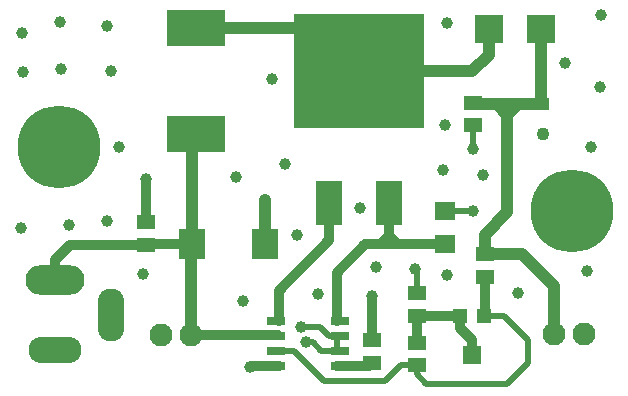
<source format=gbr>
%TF.GenerationSoftware,KiCad,Pcbnew,7.0.5-0*%
%TF.CreationDate,2023-07-08T10:54:14-04:00*%
%TF.ProjectId,PierogiNixiePSU,50696572-6f67-4694-9e69-786965505355,rev?*%
%TF.SameCoordinates,Original*%
%TF.FileFunction,Copper,L1,Top*%
%TF.FilePolarity,Positive*%
%FSLAX46Y46*%
G04 Gerber Fmt 4.6, Leading zero omitted, Abs format (unit mm)*
G04 Created by KiCad (PCBNEW 7.0.5-0) date 2023-07-08 10:54:14*
%MOMM*%
%LPD*%
G01*
G04 APERTURE LIST*
%TA.AperFunction,SMDPad,CuDef*%
%ADD10R,1.803000X1.600000*%
%TD*%
%TA.AperFunction,SMDPad,CuDef*%
%ADD11R,1.500000X1.300000*%
%TD*%
%TA.AperFunction,ComponentPad*%
%ADD12C,1.950000*%
%TD*%
%TA.AperFunction,SMDPad,CuDef*%
%ADD13R,2.320000X3.810000*%
%TD*%
%TA.AperFunction,SMDPad,CuDef*%
%ADD14R,11.000000X9.650000*%
%TD*%
%TA.AperFunction,ComponentPad*%
%ADD15C,0.800000*%
%TD*%
%TA.AperFunction,ComponentPad*%
%ADD16C,7.000000*%
%TD*%
%TA.AperFunction,SMDPad,CuDef*%
%ADD17R,4.900000X3.050000*%
%TD*%
%TA.AperFunction,SMDPad,CuDef*%
%ADD18R,1.550000X0.700000*%
%TD*%
%TA.AperFunction,SMDPad,CuDef*%
%ADD19R,2.300000X2.500000*%
%TD*%
%TA.AperFunction,ComponentPad*%
%ADD20R,1.100000X1.100000*%
%TD*%
%TA.AperFunction,ComponentPad*%
%ADD21C,1.100000*%
%TD*%
%TA.AperFunction,SMDPad,CuDef*%
%ADD22R,2.400000X2.400000*%
%TD*%
%TA.AperFunction,ComponentPad*%
%ADD23O,5.000000X2.500000*%
%TD*%
%TA.AperFunction,ComponentPad*%
%ADD24O,4.500000X2.250000*%
%TD*%
%TA.AperFunction,ComponentPad*%
%ADD25O,2.250000X4.500000*%
%TD*%
%TA.AperFunction,SMDPad,CuDef*%
%ADD26R,1.200000X1.200000*%
%TD*%
%TA.AperFunction,SMDPad,CuDef*%
%ADD27R,1.600000X1.500000*%
%TD*%
%TA.AperFunction,ViaPad*%
%ADD28C,1.000000*%
%TD*%
%TA.AperFunction,Conductor*%
%ADD29C,0.508000*%
%TD*%
%TA.AperFunction,Conductor*%
%ADD30C,1.000000*%
%TD*%
%TA.AperFunction,Conductor*%
%ADD31C,0.812800*%
%TD*%
G04 APERTURE END LIST*
D10*
%TO.P,R2,1,1*%
%TO.N,GND*%
X154500000Y-106478000D03*
%TO.P,R2,2,2*%
%TO.N,/CS*%
X154500000Y-109322000D03*
%TD*%
D11*
%TO.P,C5,1,1*%
%TO.N,Net-(C4-+)*%
X156900000Y-97350000D03*
%TO.P,C5,2,2*%
%TO.N,GND*%
X156900000Y-99250000D03*
%TD*%
D12*
%TO.P,J1,1,1*%
%TO.N,GND*%
X130430000Y-117000000D03*
%TO.P,J1,2,2*%
%TO.N,Net-(C1-+)*%
X132970000Y-117000000D03*
%TD*%
D13*
%TO.P,Q2,1,G*%
%TO.N,/EXT*%
X144720000Y-105845000D03*
D14*
%TO.P,Q2,2,D*%
%TO.N,Net-(Q2-D)*%
X147260000Y-94675000D03*
D13*
%TO.P,Q2,3,S*%
%TO.N,/CS*%
X149800000Y-105845000D03*
%TD*%
D15*
%TO.P,H1,1*%
%TO.N,N/C*%
X162600000Y-106500000D03*
X163368845Y-104643845D03*
X163368845Y-108356155D03*
X165225000Y-103875000D03*
D16*
X165225000Y-106500000D03*
D15*
X165225000Y-109125000D03*
X167081155Y-104643845D03*
X167081155Y-108356155D03*
X167850000Y-106500000D03*
%TD*%
D11*
%TO.P,C3,1,1*%
%TO.N,Net-(U1-REF)*%
X148300000Y-119350000D03*
%TO.P,C3,2,2*%
%TO.N,GND*%
X148300000Y-117450000D03*
%TD*%
D17*
%TO.P,L1,1,1*%
%TO.N,Net-(C1-+)*%
X133400000Y-100000000D03*
%TO.P,L1,2,2*%
%TO.N,Net-(Q2-D)*%
X133400000Y-91000000D03*
%TD*%
D11*
%TO.P,C2,1,1*%
%TO.N,Net-(C1-+)*%
X129200000Y-109350000D03*
%TO.P,C2,2,2*%
%TO.N,GND*%
X129200000Y-107450000D03*
%TD*%
D18*
%TO.P,U1,1,EXT*%
%TO.N,/EXT*%
X140175000Y-115795000D03*
%TO.P,U1,2,V+*%
%TO.N,Net-(C1-+)*%
X140175000Y-117065000D03*
%TO.P,U1,3,FB*%
%TO.N,/FB*%
X140175000Y-118335000D03*
%TO.P,U1,4,SHDN*%
%TO.N,GND*%
X140175000Y-119605000D03*
%TO.P,U1,5,REF*%
%TO.N,Net-(U1-REF)*%
X145625000Y-119605000D03*
%TO.P,U1,6,AGND*%
%TO.N,GND*%
X145625000Y-118335000D03*
%TO.P,U1,7,GND*%
X145625000Y-117065000D03*
%TO.P,U1,8,CS*%
%TO.N,/CS*%
X145625000Y-115795000D03*
%TD*%
D19*
%TO.P,C1,1,+*%
%TO.N,Net-(C1-+)*%
X133100000Y-109300000D03*
%TO.P,C1,2,-*%
%TO.N,GND*%
X139300000Y-109300000D03*
%TD*%
D20*
%TO.P,C4,1,+*%
%TO.N,Net-(C4-+)*%
X162800000Y-97450000D03*
D21*
%TO.P,C4,2,-*%
%TO.N,GND*%
X162800000Y-99950000D03*
%TD*%
D12*
%TO.P,J2,1,1*%
%TO.N,Net-(C4-+)*%
X163730000Y-116900000D03*
%TO.P,J2,2,2*%
%TO.N,GND*%
X166270000Y-116900000D03*
%TD*%
D11*
%TO.P,R1,1,1*%
%TO.N,/FB*%
X157900000Y-112050000D03*
%TO.P,R1,2,2*%
%TO.N,Net-(C4-+)*%
X157900000Y-110150000D03*
%TD*%
D22*
%TO.P,D1,A,A*%
%TO.N,Net-(Q2-D)*%
X158200000Y-91100000D03*
%TO.P,D1,C,C*%
%TO.N,Net-(C4-+)*%
X162600000Y-91100000D03*
%TD*%
D11*
%TO.P,R4,1,1*%
%TO.N,Net-(VR1-CW)*%
X152100000Y-117650000D03*
%TO.P,R4,2,2*%
%TO.N,/FB*%
X152100000Y-119550000D03*
%TD*%
%TO.P,R3,1,1*%
%TO.N,GND*%
X152100000Y-113450000D03*
%TO.P,R3,2,2*%
%TO.N,Net-(VR1-CW)*%
X152100000Y-115350000D03*
%TD*%
D23*
%TO.P,J3,1*%
%TO.N,Net-(C1-+)*%
X121500000Y-112300000D03*
D24*
%TO.P,J3,2*%
%TO.N,GND*%
X121500000Y-118300000D03*
D25*
%TO.P,J3,3*%
X126200000Y-115300000D03*
%TD*%
D26*
%TO.P,VR1,1,CCW*%
%TO.N,/FB*%
X157800000Y-115400000D03*
D27*
%TO.P,VR1,2,WIPER*%
%TO.N,Net-(VR1-CW)*%
X156800000Y-118650000D03*
D26*
%TO.P,VR1,3,CW*%
X155800000Y-115400000D03*
%TD*%
D15*
%TO.P,H2,1*%
%TO.N,N/C*%
X119218845Y-101043845D03*
X119987690Y-99187690D03*
X119987690Y-102900000D03*
X121843845Y-98418845D03*
D16*
X121843845Y-101043845D03*
D15*
X121843845Y-103668845D03*
X123700000Y-99187690D03*
X123700000Y-102900000D03*
X124468845Y-101043845D03*
%TD*%
D28*
%TO.N,GND*%
X126900000Y-101100000D03*
X142700000Y-117600000D03*
X125900000Y-107300000D03*
X160700000Y-113400000D03*
X152000000Y-111400000D03*
X122000000Y-94500000D03*
X137400000Y-114100000D03*
X167600000Y-96000000D03*
X166500000Y-111600000D03*
X166900000Y-101100000D03*
X128900000Y-111800000D03*
X154700000Y-111900000D03*
X142000000Y-108500000D03*
X164700000Y-94000000D03*
X156900000Y-106500000D03*
X118800000Y-94700000D03*
X118600000Y-107900000D03*
X139900000Y-95300000D03*
X121900000Y-90500000D03*
X141000000Y-102500000D03*
X157700000Y-103400000D03*
X122700000Y-107700000D03*
X154300000Y-103000000D03*
X143800000Y-113500000D03*
X156900000Y-101200000D03*
X154500000Y-99200000D03*
X126200000Y-94600000D03*
X125900000Y-90800000D03*
X148700000Y-111200000D03*
X139300000Y-105600000D03*
X147300000Y-106200000D03*
X148300000Y-113700000D03*
X142300000Y-116300000D03*
X136800000Y-103600000D03*
X154700000Y-90600000D03*
X129200000Y-103800000D03*
X138000000Y-119700000D03*
X167700000Y-89900000D03*
X118700000Y-91400000D03*
%TD*%
D29*
%TO.N,GND*%
X142300000Y-116300000D02*
X143900000Y-116300000D01*
X152100000Y-111500000D02*
X152000000Y-111400000D01*
X142700000Y-117600000D02*
X143300000Y-117600000D01*
D30*
X139300000Y-109300000D02*
X139300000Y-105600000D01*
D29*
X144665000Y-117065000D02*
X145375000Y-117065000D01*
X156878000Y-106478000D02*
X154500000Y-106478000D01*
D31*
X138095000Y-119605000D02*
X140425000Y-119605000D01*
D29*
X143300000Y-117600000D02*
X144035000Y-118335000D01*
X143900000Y-116300000D02*
X144665000Y-117065000D01*
X152100000Y-113450000D02*
X152100000Y-111500000D01*
X145375000Y-118335000D02*
X145375000Y-117065000D01*
X156900000Y-106500000D02*
X156878000Y-106478000D01*
X144035000Y-118335000D02*
X145375000Y-118335000D01*
D31*
X138000000Y-119700000D02*
X138095000Y-119605000D01*
D29*
X156900000Y-99250000D02*
X156900000Y-101200000D01*
D31*
X129200000Y-103800000D02*
X129200000Y-107450000D01*
X148300000Y-113700000D02*
X148300000Y-117450000D01*
%TO.N,Net-(U1-REF)*%
X145375000Y-119605000D02*
X148045000Y-119605000D01*
X148045000Y-119605000D02*
X148300000Y-119350000D01*
%TO.N,/EXT*%
X144720000Y-108980000D02*
X140425000Y-113275000D01*
X140425000Y-113275000D02*
X140425000Y-115795000D01*
X144720000Y-105845000D02*
X144720000Y-108980000D01*
%TO.N,/CS*%
X147778000Y-109322000D02*
X145375000Y-111725000D01*
X149800000Y-108600000D02*
X149800000Y-105845000D01*
X150700000Y-109322000D02*
X150522000Y-109322000D01*
X149000000Y-109322000D02*
X149078000Y-109322000D01*
X145375000Y-111725000D02*
X145375000Y-115795000D01*
X149078000Y-109322000D02*
X149800000Y-108600000D01*
X149800000Y-109322000D02*
X149000000Y-109322000D01*
X149000000Y-109322000D02*
X147778000Y-109322000D01*
X150700000Y-109322000D02*
X149800000Y-109322000D01*
X149800000Y-109322000D02*
X149800000Y-108600000D01*
X154500000Y-109322000D02*
X150700000Y-109322000D01*
X150522000Y-109322000D02*
X149800000Y-108600000D01*
%TO.N,/FB*%
X157900000Y-112050000D02*
X157900000Y-115300000D01*
D29*
X152100000Y-120300000D02*
X152100000Y-119550000D01*
X152900000Y-121100000D02*
X152100000Y-120300000D01*
X144300000Y-120900000D02*
X149400000Y-120900000D01*
X159800000Y-121100000D02*
X152900000Y-121100000D01*
X159500000Y-115400000D02*
X161500000Y-117400000D01*
X141735000Y-118335000D02*
X144300000Y-120900000D01*
X161500000Y-119400000D02*
X159800000Y-121100000D01*
X150750000Y-119550000D02*
X152100000Y-119550000D01*
X149400000Y-120900000D02*
X150750000Y-119550000D01*
X161500000Y-117400000D02*
X161500000Y-119400000D01*
X157800000Y-115400000D02*
X159500000Y-115400000D01*
D31*
X157900000Y-115300000D02*
X157800000Y-115400000D01*
D29*
X140425000Y-118335000D02*
X141735000Y-118335000D01*
D30*
%TO.N,Net-(C1-+)*%
X133100000Y-109300000D02*
X133100000Y-100300000D01*
D31*
X132970000Y-109430000D02*
X133100000Y-109300000D01*
X121500000Y-110600000D02*
X122750000Y-109350000D01*
X133100000Y-109300000D02*
X129250000Y-109300000D01*
X133100000Y-100300000D02*
X133400000Y-100000000D01*
X132970000Y-117000000D02*
X140360000Y-117000000D01*
D30*
X132970000Y-117000000D02*
X132970000Y-109430000D01*
D31*
X122750000Y-109350000D02*
X129200000Y-109350000D01*
X129250000Y-109300000D02*
X129200000Y-109350000D01*
X121500000Y-112300000D02*
X121500000Y-110600000D01*
D30*
%TO.N,Net-(C4-+)*%
X158900000Y-97450000D02*
X158800000Y-97450000D01*
X160700000Y-97450000D02*
X159800000Y-97450000D01*
X161050000Y-110150000D02*
X163730000Y-112830000D01*
X163730000Y-112830000D02*
X163730000Y-116900000D01*
X157900000Y-110150000D02*
X161050000Y-110150000D01*
X159800000Y-98400000D02*
X159800000Y-106600000D01*
X162800000Y-97450000D02*
X160700000Y-97450000D01*
X159800000Y-97450000D02*
X158800000Y-97450000D01*
X162600000Y-91100000D02*
X162600000Y-97250000D01*
X157900000Y-108500000D02*
X157900000Y-110150000D01*
X159800000Y-98400000D02*
X159800000Y-98350000D01*
X159800000Y-106600000D02*
X157900000Y-108500000D01*
X158800000Y-97450000D02*
X157000000Y-97450000D01*
X159800000Y-98350000D02*
X158900000Y-97450000D01*
X159800000Y-98350000D02*
X160700000Y-97450000D01*
X157000000Y-97450000D02*
X156900000Y-97350000D01*
X159800000Y-97450000D02*
X159800000Y-98400000D01*
X162600000Y-97250000D02*
X162800000Y-97450000D01*
D31*
%TO.N,Net-(VR1-CW)*%
X155800000Y-116400000D02*
X155800000Y-115400000D01*
X156800000Y-117400000D02*
X155800000Y-116400000D01*
X155800000Y-115400000D02*
X152150000Y-115400000D01*
X156800000Y-118650000D02*
X156800000Y-117400000D01*
X152100000Y-115350000D02*
X152100000Y-117650000D01*
X152150000Y-115400000D02*
X152100000Y-115350000D01*
D30*
%TO.N,Net-(Q2-D)*%
X147260000Y-94675000D02*
X156825000Y-94675000D01*
D31*
X143585000Y-91000000D02*
X147260000Y-94675000D01*
D30*
X156825000Y-94675000D02*
X158200000Y-93300000D01*
X158200000Y-93300000D02*
X158200000Y-91100000D01*
X133400000Y-91000000D02*
X143585000Y-91000000D01*
%TD*%
M02*

</source>
